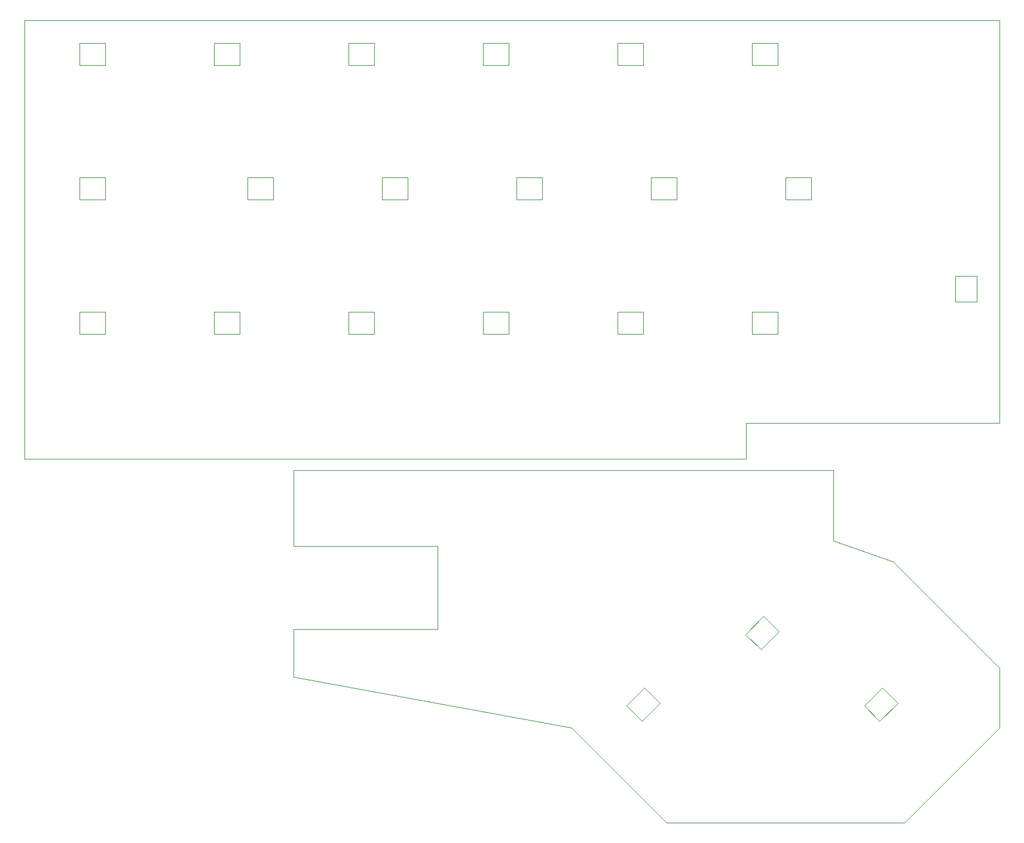
<source format=gbr>
G04 #@! TF.GenerationSoftware,KiCad,Pcbnew,8.0.3*
G04 #@! TF.CreationDate,2024-06-24T22:19:19+09:00*
G04 #@! TF.ProjectId,sepsepkbd,73657073-6570-46b6-9264-2e6b69636164,2.1*
G04 #@! TF.SameCoordinates,Original*
G04 #@! TF.FileFunction,Profile,NP*
%FSLAX46Y46*%
G04 Gerber Fmt 4.6, Leading zero omitted, Abs format (unit mm)*
G04 Created by KiCad (PCBNEW 8.0.3) date 2024-06-24 22:19:19*
%MOMM*%
%LPD*%
G01*
G04 APERTURE LIST*
G04 #@! TA.AperFunction,Profile*
%ADD10C,0.050000*%
G04 #@! TD*
G04 #@! TA.AperFunction,Profile*
%ADD11C,0.120000*%
G04 #@! TD*
G04 APERTURE END LIST*
D10*
X121650000Y-79762500D02*
X19425000Y-79762500D01*
X133949136Y-91400000D02*
X142395585Y-94354416D01*
X19425000Y-79762500D02*
X19425000Y-17612500D01*
X144029616Y-131348172D02*
X110353656Y-131348172D01*
X142395585Y-94354416D02*
X157492315Y-109451145D01*
X57491636Y-81400000D02*
X133949136Y-81400000D01*
X133949136Y-81400000D02*
X133949136Y-91400000D01*
X121650000Y-74725000D02*
X121650000Y-79762500D01*
X96883272Y-117877788D02*
X57491636Y-110700000D01*
X57491636Y-92100000D02*
X57491636Y-81400000D01*
X110353656Y-131348172D02*
X96883272Y-117877788D01*
X57491636Y-110700000D02*
X57491636Y-103900000D01*
X157547500Y-17612500D02*
X157547500Y-74725000D01*
X157547500Y-74725000D02*
X121650000Y-74725000D01*
X19425000Y-17612500D02*
X157547500Y-17612500D01*
X157492315Y-109451145D02*
X157500000Y-117877788D01*
X157500000Y-117877788D02*
X144029616Y-131348172D01*
D11*
X46270000Y-20850000D02*
X46270000Y-23950000D01*
X46270000Y-23950000D02*
X49870000Y-23950000D01*
X49870000Y-20850000D02*
X46270000Y-20850000D01*
X49870000Y-23950000D02*
X49870000Y-20850000D01*
X65320000Y-20850000D02*
X65320000Y-23950000D01*
X65320000Y-23950000D02*
X68920000Y-23950000D01*
X68920000Y-20850000D02*
X65320000Y-20850000D01*
X68920000Y-23950000D02*
X68920000Y-20850000D01*
X51032500Y-39900000D02*
X51032500Y-43000000D01*
X51032500Y-43000000D02*
X54632500Y-43000000D01*
X54632500Y-39900000D02*
X51032500Y-39900000D01*
X54632500Y-43000000D02*
X54632500Y-39900000D01*
X84370000Y-20850000D02*
X84370000Y-23950000D01*
X84370000Y-23950000D02*
X87970000Y-23950000D01*
X87970000Y-20850000D02*
X84370000Y-20850000D01*
X87970000Y-23950000D02*
X87970000Y-20850000D01*
X151232500Y-53875000D02*
X151232500Y-57475000D01*
X151232500Y-57475000D02*
X154332500Y-57475000D01*
X154332500Y-53875000D02*
X151232500Y-53875000D01*
X154332500Y-57475000D02*
X154332500Y-53875000D01*
X65320000Y-58950000D02*
X65320000Y-62050000D01*
X65320000Y-62050000D02*
X68920000Y-62050000D01*
X68920000Y-58950000D02*
X65320000Y-58950000D01*
X68920000Y-62050000D02*
X68920000Y-58950000D01*
X27220000Y-20850000D02*
X27220000Y-23950000D01*
X27220000Y-23950000D02*
X30820000Y-23950000D01*
X30820000Y-20850000D02*
X27220000Y-20850000D01*
X30820000Y-23950000D02*
X30820000Y-20850000D01*
X104661446Y-114731164D02*
X106853477Y-116923195D01*
X106853477Y-116923195D02*
X109399062Y-114377610D01*
X107207031Y-112185579D02*
X104661446Y-114731164D01*
X109399062Y-114377610D02*
X107207031Y-112185579D01*
X121499427Y-104628375D02*
X123691458Y-106820406D01*
X123691458Y-106820406D02*
X126237043Y-104274821D01*
X124045012Y-102082790D02*
X121499427Y-104628375D01*
X126237043Y-104274821D02*
X124045012Y-102082790D01*
X27220000Y-39900000D02*
X27220000Y-43000000D01*
X27220000Y-43000000D02*
X30820000Y-43000000D01*
X30820000Y-39900000D02*
X27220000Y-39900000D01*
X30820000Y-43000000D02*
X30820000Y-39900000D01*
X103420000Y-20850000D02*
X103420000Y-23950000D01*
X103420000Y-23950000D02*
X107020000Y-23950000D01*
X107020000Y-20850000D02*
X103420000Y-20850000D01*
X107020000Y-23950000D02*
X107020000Y-20850000D01*
X46270000Y-58950000D02*
X46270000Y-62050000D01*
X46270000Y-62050000D02*
X49870000Y-62050000D01*
X49870000Y-58950000D02*
X46270000Y-58950000D01*
X49870000Y-62050000D02*
X49870000Y-58950000D01*
X84370000Y-58950000D02*
X84370000Y-62050000D01*
X84370000Y-62050000D02*
X87970000Y-62050000D01*
X87970000Y-58950000D02*
X84370000Y-58950000D01*
X87970000Y-62050000D02*
X87970000Y-58950000D01*
X89132500Y-39900000D02*
X89132500Y-43000000D01*
X89132500Y-43000000D02*
X92732500Y-43000000D01*
X92732500Y-39900000D02*
X89132500Y-39900000D01*
X92732500Y-43000000D02*
X92732500Y-39900000D01*
X103420000Y-58950000D02*
X103420000Y-62050000D01*
X103420000Y-62050000D02*
X107020000Y-62050000D01*
X107020000Y-58950000D02*
X103420000Y-58950000D01*
X107020000Y-62050000D02*
X107020000Y-58950000D01*
X122470000Y-20850000D02*
X122470000Y-23950000D01*
X122470000Y-23950000D02*
X126070000Y-23950000D01*
X126070000Y-20850000D02*
X122470000Y-20850000D01*
X126070000Y-23950000D02*
X126070000Y-20850000D01*
D10*
X57491636Y-103900000D02*
X77891636Y-103900000D01*
X77891636Y-92100000D02*
X57491636Y-92100000D01*
X77891636Y-103900000D02*
X77891636Y-92100000D01*
D11*
X70082500Y-39900000D02*
X70082500Y-43000000D01*
X70082500Y-43000000D02*
X73682500Y-43000000D01*
X73682500Y-39900000D02*
X70082500Y-39900000D01*
X73682500Y-43000000D02*
X73682500Y-39900000D01*
X27220000Y-58950000D02*
X27220000Y-62050000D01*
X27220000Y-62050000D02*
X30820000Y-62050000D01*
X30820000Y-58950000D02*
X27220000Y-58950000D01*
X30820000Y-62050000D02*
X30820000Y-58950000D01*
X108182500Y-39900000D02*
X108182500Y-43000000D01*
X108182500Y-43000000D02*
X111782500Y-43000000D01*
X111782500Y-39900000D02*
X108182500Y-39900000D01*
X111782500Y-43000000D02*
X111782500Y-39900000D01*
X127232500Y-39900000D02*
X127232500Y-43000000D01*
X127232500Y-43000000D02*
X130832500Y-43000000D01*
X130832500Y-39900000D02*
X127232500Y-39900000D01*
X130832500Y-43000000D02*
X130832500Y-39900000D01*
X122470000Y-58950000D02*
X122470000Y-62050000D01*
X122470000Y-62050000D02*
X126070000Y-62050000D01*
X126070000Y-58950000D02*
X122470000Y-58950000D01*
X126070000Y-62050000D02*
X126070000Y-58950000D01*
X138337407Y-114731163D02*
X140529438Y-116923194D01*
X140529438Y-116923194D02*
X143075023Y-114377609D01*
X140882992Y-112185578D02*
X138337407Y-114731163D01*
X143075023Y-114377609D02*
X140882992Y-112185578D01*
M02*

</source>
